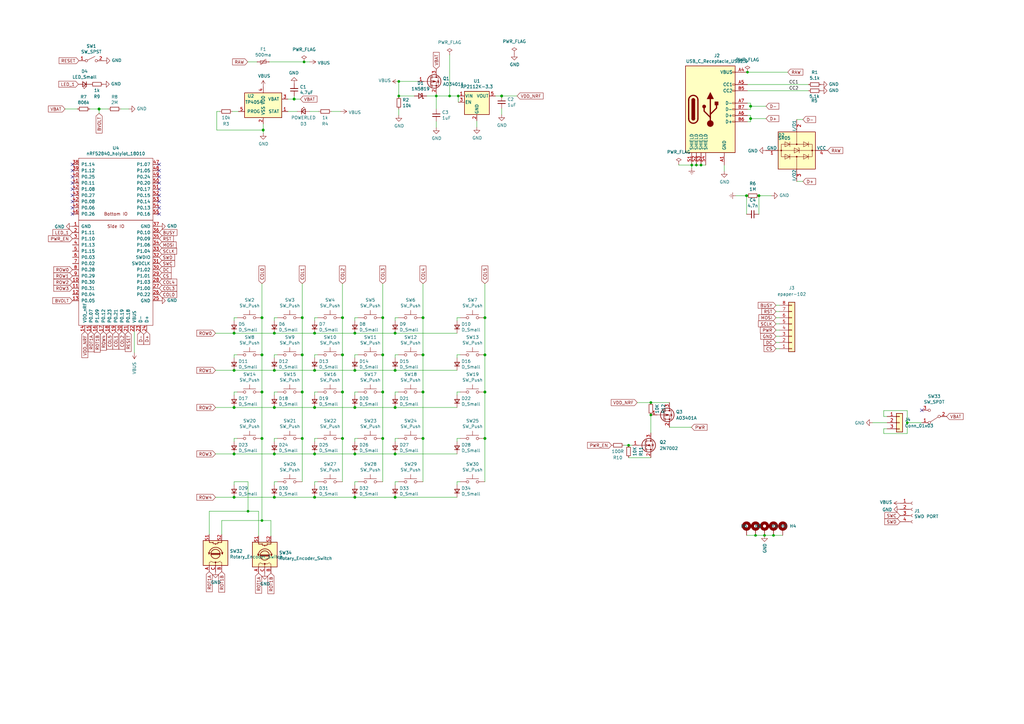
<source format=kicad_sch>
(kicad_sch (version 20211123) (generator eeschema)
  (paper "A3")
  (title_block (title "Hakea Wireless Keyboard") (date "2022-01-09") (rev "1.0") (company "TKW"))
  (junction (at 173.482 145.542) (diameter 1.016))
  (junction (at 173.482 179.832) (diameter 1.016))
  (junction (at 112.522 203.962) (diameter 1.016))
  (junction (at 162.052 186.182) (diameter 1.016))
  (junction (at 307.848 48.641) (diameter 1.016))
  (junction (at 101.727 209.677))
  (junction (at 145.542 167.132) (diameter 1.016))
  (junction (at 163.576 33.401))
  (junction (at 317.246 219.583))
  (junction (at 112.522 136.652) (diameter 1.016))
  (junction (at 187.96 39.37))
  (junction (at 287.528 67.691))
  (junction (at 112.522 186.182) (diameter 1.016))
  (junction (at 163.576 39.37))
  (junction (at 198.882 145.542) (diameter 1.016))
  (junction (at 307.848 43.561) (diameter 1.016))
  (junction (at 107.442 130.302) (diameter 1.016))
  (junction (at 107.442 145.542) (diameter 1.016))
  (junction (at 129.032 203.962) (diameter 1.016))
  (junction (at 311.277 80.264) (diameter 1.016))
  (junction (at 162.052 167.132) (diameter 1.016))
  (junction (at 309.88 219.583))
  (junction (at 162.052 203.962) (diameter 1.016))
  (junction (at 140.462 130.302) (diameter 1.016))
  (junction (at 96.012 186.182) (diameter 1.016))
  (junction (at 266.954 165.1))
  (junction (at 123.952 179.832) (diameter 1.016))
  (junction (at 140.462 179.832) (diameter 1.016))
  (junction (at 162.052 151.892) (diameter 1.016))
  (junction (at 123.952 160.782) (diameter 1.016))
  (junction (at 140.462 145.542) (diameter 1.016))
  (junction (at 283.718 67.691))
  (junction (at 107.95 53.34) (diameter 1.016))
  (junction (at 96.012 136.652) (diameter 1.016))
  (junction (at 107.442 179.832) (diameter 1.016))
  (junction (at 129.032 136.652) (diameter 1.016))
  (junction (at 112.522 167.132) (diameter 1.016))
  (junction (at 156.972 145.542) (diameter 1.016))
  (junction (at 306.578 29.591))
  (junction (at 156.972 130.302) (diameter 1.016))
  (junction (at 112.522 151.892) (diameter 1.016))
  (junction (at 120.65 40.64) (diameter 1.016))
  (junction (at 257.81 182.626))
  (junction (at 96.012 167.132) (diameter 1.016))
  (junction (at 129.032 186.182) (diameter 1.016))
  (junction (at 129.032 151.892) (diameter 1.016))
  (junction (at 198.882 160.782) (diameter 1.016))
  (junction (at 173.482 160.782) (diameter 1.016))
  (junction (at 198.882 179.832) (diameter 1.016))
  (junction (at 96.012 203.962) (diameter 1.016))
  (junction (at 198.882 130.302) (diameter 1.016))
  (junction (at 266.954 170.18))
  (junction (at 107.442 160.782) (diameter 1.016))
  (junction (at 173.482 130.302) (diameter 1.016))
  (junction (at 40.64 44.704) (diameter 1.016))
  (junction (at 145.542 136.652) (diameter 1.016))
  (junction (at 178.943 39.37))
  (junction (at 306.197 80.264) (diameter 1.016))
  (junction (at 124.714 25.4))
  (junction (at 313.563 219.583))
  (junction (at 145.542 186.182) (diameter 1.016))
  (junction (at 372.11 173.355))
  (junction (at 123.952 130.302) (diameter 1.016))
  (junction (at 140.462 160.782) (diameter 1.016))
  (junction (at 162.052 136.652) (diameter 1.016))
  (junction (at 145.542 151.892) (diameter 1.016))
  (junction (at 285.623 67.691))
  (junction (at 96.012 151.892) (diameter 1.016))
  (junction (at 107.442 213.487))
  (junction (at 129.032 167.132) (diameter 1.016))
  (junction (at 184.404 39.37))
  (junction (at 123.952 145.542) (diameter 1.016))
  (junction (at 156.972 160.782) (diameter 1.016))
  (junction (at 205.74 39.37) (diameter 1.016))
  (junction (at 145.542 203.962) (diameter 1.016))
  (junction (at 156.972 179.832) (diameter 1.016))
  (no_connect (at 378.079 168.275))
  (no_connect (at 29.718 72.517))
  (no_connect (at 29.718 69.977))
  (no_connect (at 29.718 77.597))
  (no_connect (at 29.718 75.057))
  (no_connect (at 29.718 67.437))
  (no_connect (at 65.278 72.517))
  (no_connect (at 65.278 75.057))
  (no_connect (at 65.278 77.597))
  (no_connect (at 65.278 82.677))
  (no_connect (at 65.278 67.437))
  (no_connect (at 65.278 69.977))
  (no_connect (at 65.278 80.137))
  (no_connect (at 65.278 85.217))
  (no_connect (at 65.278 87.757))
  (no_connect (at 29.718 80.137))
  (no_connect (at 29.718 82.677))
  (no_connect (at 29.718 85.217))
  (no_connect (at 29.718 87.757))
  (wire (pts (xy 318.262 143.002) (xy 319.659 143.002)))
  (wire (pts (xy 123.952 179.832) (xy 123.952 197.612)))
  (wire (pts (xy 156.972 130.302) (xy 156.972 145.542)))
  (wire (pts (xy 306.197 219.583) (xy 309.88 219.583)))
  (wire (pts (xy 187.452 197.612) (xy 188.722 197.612)))
  (wire (pts (xy 307.848 42.291) (xy 307.848 43.561)))
  (wire (pts (xy 306.578 42.291) (xy 307.848 42.291)))
  (wire (pts (xy 112.522 181.102) (xy 112.522 179.832)))
  (wire (pts (xy 36.83 44.704) (xy 40.64 44.704)))
  (wire (pts (xy 129.032 151.892) (xy 145.542 151.892)))
  (wire (pts (xy 163.576 33.401) (xy 171.323 33.401)))
  (wire (pts (xy 318.262 130.302) (xy 319.659 130.302)))
  (wire (pts (xy 88.392 167.132) (xy 96.012 167.132)))
  (wire (pts (xy 129.032 160.782) (xy 130.302 160.782)))
  (wire (pts (xy 129.032 181.102) (xy 129.032 179.832)))
  (wire (pts (xy 120.65 40.64) (xy 123.19 40.64)))
  (wire (pts (xy 95.25 45.72) (xy 97.79 45.72)))
  (wire (pts (xy 140.462 179.832) (xy 140.462 197.612)))
  (wire (pts (xy 140.462 130.302) (xy 140.462 145.542)))
  (wire (pts (xy 101.727 197.612) (xy 101.727 209.677)))
  (wire (pts (xy 88.9 45.72) (xy 88.9 53.34)))
  (wire (pts (xy 195.58 49.53) (xy 195.58 52.197)))
  (wire (pts (xy 96.012 130.302) (xy 97.282 130.302)))
  (wire (pts (xy 112.522 198.882) (xy 112.522 197.612)))
  (wire (pts (xy 307.848 43.561) (xy 314.198 43.561)))
  (wire (pts (xy 40.64 44.704) (xy 40.64 46.482)))
  (wire (pts (xy 198.882 145.542) (xy 198.882 160.782)))
  (wire (pts (xy 96.012 145.542) (xy 97.282 145.542)))
  (wire (pts (xy 311.277 87.884) (xy 311.277 80.264)))
  (wire (pts (xy 49.53 44.704) (xy 52.832 44.704)))
  (wire (pts (xy 318.262 125.222) (xy 319.659 125.222)))
  (wire (pts (xy 307.848 44.831) (xy 306.578 44.831)))
  (wire (pts (xy 306.197 80.264) (xy 306.197 87.884)))
  (wire (pts (xy 88.392 136.652) (xy 96.012 136.652)))
  (wire (pts (xy 145.542 146.812) (xy 145.542 145.542)))
  (wire (pts (xy 187.452 181.102) (xy 187.452 179.832)))
  (wire (pts (xy 112.522 136.652) (xy 129.032 136.652)))
  (wire (pts (xy 96.012 186.182) (xy 112.522 186.182)))
  (wire (pts (xy 306.578 47.371) (xy 307.848 47.371)))
  (wire (pts (xy 178.943 49.784) (xy 178.943 52.324)))
  (wire (pts (xy 123.952 116.332) (xy 123.952 130.302)))
  (wire (pts (xy 162.052 145.542) (xy 163.322 145.542)))
  (wire (pts (xy 118.11 40.64) (xy 120.65 40.64)))
  (wire (pts (xy 112.522 131.572) (xy 112.522 130.302)))
  (wire (pts (xy 106.045 219.837) (xy 106.045 209.677)))
  (wire (pts (xy 112.522 197.612) (xy 113.792 197.612)))
  (wire (pts (xy 162.052 197.612) (xy 163.322 197.612)))
  (wire (pts (xy 372.11 173.355) (xy 378.079 173.355)))
  (wire (pts (xy 163.576 33.401) (xy 163.576 39.37)))
  (wire (pts (xy 283.591 175.26) (xy 274.574 175.26)))
  (wire (pts (xy 257.81 187.706) (xy 266.954 187.706)))
  (wire (pts (xy 129.032 131.572) (xy 129.032 130.302)))
  (wire (pts (xy 85.852 219.202) (xy 85.852 209.677)))
  (wire (pts (xy 162.052 181.102) (xy 162.052 179.832)))
  (wire (pts (xy 184.404 22.479) (xy 184.404 39.37)))
  (wire (pts (xy 145.542 197.612) (xy 146.812 197.612)))
  (wire (pts (xy 257.81 182.626) (xy 259.334 182.626)))
  (wire (pts (xy 129.032 162.052) (xy 129.032 160.782)))
  (wire (pts (xy 145.542 186.182) (xy 162.052 186.182)))
  (wire (pts (xy 96.012 198.882) (xy 96.012 197.612)))
  (wire (pts (xy 285.623 67.691) (xy 287.528 67.691)))
  (wire (pts (xy 163.576 39.37) (xy 163.576 39.624)))
  (wire (pts (xy 162.052 160.782) (xy 163.322 160.782)))
  (wire (pts (xy 96.012 136.652) (xy 112.522 136.652)))
  (wire (pts (xy 145.542 162.052) (xy 145.542 160.782)))
  (wire (pts (xy 205.74 44.45) (xy 205.74 46.99)))
  (wire (pts (xy 156.972 116.332) (xy 156.972 130.302)))
  (wire (pts (xy 90.932 213.487) (xy 107.442 213.487)))
  (wire (pts (xy 140.462 145.542) (xy 140.462 160.782)))
  (wire (pts (xy 198.882 179.832) (xy 198.882 197.612)))
  (wire (pts (xy 55.118 144.653) (xy 55.118 136.017)))
  (wire (pts (xy 357.886 173.355) (xy 363.855 173.355)))
  (wire (pts (xy 163.576 44.704) (xy 163.576 47.244)))
  (wire (pts (xy 96.012 131.572) (xy 96.012 130.302)))
  (wire (pts (xy 111.125 213.487) (xy 107.442 213.487)))
  (wire (pts (xy 187.452 146.812) (xy 187.452 145.542)))
  (wire (pts (xy 156.972 145.542) (xy 156.972 160.782)))
  (wire (pts (xy 101.6 25.4) (xy 105.41 25.4)))
  (wire (pts (xy 156.972 160.782) (xy 156.972 179.832)))
  (wire (pts (xy 145.542 160.782) (xy 146.812 160.782)))
  (wire (pts (xy 145.542 203.962) (xy 162.052 203.962)))
  (wire (pts (xy 162.052 146.812) (xy 162.052 145.542)))
  (wire (pts (xy 118.11 45.72) (xy 121.92 45.72)))
  (wire (pts (xy 107.95 50.8) (xy 107.95 53.34)))
  (wire (pts (xy 96.012 197.612) (xy 101.727 197.612)))
  (wire (pts (xy 90.17 45.72) (xy 88.9 45.72)))
  (wire (pts (xy 261.366 165.1) (xy 266.954 165.1)))
  (wire (pts (xy 40.64 44.704) (xy 44.45 44.704)))
  (wire (pts (xy 96.012 203.962) (xy 112.522 203.962)))
  (wire (pts (xy 175.006 39.37) (xy 178.943 39.37)))
  (wire (pts (xy 173.482 116.332) (xy 173.482 130.302)))
  (wire (pts (xy 163.576 39.37) (xy 169.926 39.37)))
  (wire (pts (xy 326.771 74.422) (xy 329.311 74.422)))
  (wire (pts (xy 107.95 53.34) (xy 107.95 54.61)))
  (wire (pts (xy 178.943 39.37) (xy 178.943 44.704)))
  (wire (pts (xy 145.542 136.652) (xy 162.052 136.652)))
  (wire (pts (xy 96.012 162.052) (xy 96.012 160.782)))
  (wire (pts (xy 162.052 186.182) (xy 187.452 186.182)))
  (wire (pts (xy 173.482 160.782) (xy 173.482 179.832)))
  (wire (pts (xy 145.542 151.892) (xy 162.052 151.892)))
  (wire (pts (xy 283.718 67.691) (xy 285.623 67.691)))
  (wire (pts (xy 85.852 209.677) (xy 101.727 209.677)))
  (wire (pts (xy 123.952 160.782) (xy 123.952 179.832)))
  (wire (pts (xy 124.714 25.4) (xy 127 25.4)))
  (wire (pts (xy 145.542 181.102) (xy 145.542 179.832)))
  (wire (pts (xy 255.905 182.626) (xy 257.81 182.626)))
  (wire (pts (xy 145.542 179.832) (xy 146.812 179.832)))
  (wire (pts (xy 107.442 116.332) (xy 107.442 130.302)))
  (wire (pts (xy 129.032 167.132) (xy 145.542 167.132)))
  (wire (pts (xy 301.752 80.264) (xy 306.197 80.264)))
  (wire (pts (xy 145.542 145.542) (xy 146.812 145.542)))
  (wire (pts (xy 283.718 67.691) (xy 278.384 67.691)))
  (wire (pts (xy 205.74 39.37) (xy 212.09 39.37)))
  (wire (pts (xy 123.952 130.302) (xy 123.952 145.542)))
  (wire (pts (xy 187.452 131.572) (xy 187.452 130.302)))
  (wire (pts (xy 112.522 203.962) (xy 129.032 203.962)))
  (wire (pts (xy 287.528 67.691) (xy 289.433 67.691)))
  (wire (pts (xy 107.442 160.782) (xy 107.442 179.832)))
  (wire (pts (xy 266.954 165.1) (xy 274.574 165.1)))
  (wire (pts (xy 187.452 179.832) (xy 188.722 179.832)))
  (wire (pts (xy 318.262 137.922) (xy 319.659 137.922)))
  (wire (pts (xy 323.088 29.591) (xy 306.578 29.591)))
  (wire (pts (xy 283.718 68.961) (xy 283.718 67.691)))
  (wire (pts (xy 362.458 177.8) (xy 372.11 177.8)))
  (wire (pts (xy 112.522 146.812) (xy 112.522 145.542)))
  (wire (pts (xy 107.442 179.832) (xy 107.442 213.487)))
  (wire (pts (xy 156.972 179.832) (xy 156.972 197.612)))
  (wire (pts (xy 306.578 34.671) (xy 331.597 34.671)))
  (wire (pts (xy 317.246 219.583) (xy 321.056 219.583)))
  (wire (pts (xy 96.012 151.892) (xy 112.522 151.892)))
  (wire (pts (xy 129.032 146.812) (xy 129.032 145.542)))
  (wire (pts (xy 184.404 39.37) (xy 187.96 39.37)))
  (wire (pts (xy 129.032 130.302) (xy 130.302 130.302)))
  (wire (pts (xy 96.012 167.132) (xy 112.522 167.132)))
  (wire (pts (xy 203.2 39.37) (xy 205.74 39.37)))
  (wire (pts (xy 162.052 131.572) (xy 162.052 130.302)))
  (wire (pts (xy 145.542 167.132) (xy 162.052 167.132)))
  (wire (pts (xy 110.49 25.4) (xy 124.714 25.4)))
  (wire (pts (xy 318.262 132.842) (xy 319.659 132.842)))
  (wire (pts (xy 106.045 209.677) (xy 101.727 209.677)))
  (wire (pts (xy 178.943 38.481) (xy 178.943 39.37)))
  (wire (pts (xy 162.052 179.832) (xy 163.322 179.832)))
  (wire (pts (xy 127 45.72) (xy 130.81 45.72)))
  (wire (pts (xy 313.563 219.583) (xy 317.246 219.583)))
  (wire (pts (xy 120.65 39.37) (xy 120.65 40.64)))
  (wire (pts (xy 107.442 130.302) (xy 107.442 145.542)))
  (wire (pts (xy 307.848 47.371) (xy 307.848 48.641)))
  (wire (pts (xy 198.882 160.782) (xy 198.882 179.832)))
  (wire (pts (xy 178.943 39.37) (xy 184.404 39.37)))
  (wire (pts (xy 187.452 160.782) (xy 188.722 160.782)))
  (wire (pts (xy 107.442 145.542) (xy 107.442 160.782)))
  (wire (pts (xy 123.952 145.542) (xy 123.952 160.782)))
  (wire (pts (xy 112.522 179.832) (xy 113.792 179.832)))
  (wire (pts (xy 96.012 146.812) (xy 96.012 145.542)))
  (wire (pts (xy 112.522 145.542) (xy 113.792 145.542)))
  (wire (pts (xy 129.032 136.652) (xy 145.542 136.652)))
  (wire (pts (xy 372.11 168.402) (xy 362.458 168.402)))
  (wire (pts (xy 187.452 145.542) (xy 188.722 145.542)))
  (wire (pts (xy 372.11 173.355) (xy 372.11 168.402)))
  (wire (pts (xy 96.012 179.832) (xy 97.282 179.832)))
  (wire (pts (xy 318.262 127.762) (xy 319.659 127.762)))
  (wire (pts (xy 129.032 203.962) (xy 145.542 203.962)))
  (wire (pts (xy 26.67 44.704) (xy 31.75 44.704)))
  (wire (pts (xy 112.522 167.132) (xy 129.032 167.132)))
  (wire (pts (xy 145.542 130.302) (xy 146.812 130.302)))
  (wire (pts (xy 187.452 198.882) (xy 187.452 197.612)))
  (wire (pts (xy 162.052 203.962) (xy 187.452 203.962)))
  (wire (pts (xy 326.771 49.022) (xy 329.311 49.022)))
  (wire (pts (xy 307.848 48.641) (xy 307.848 49.911)))
  (wire (pts (xy 173.482 145.542) (xy 173.482 160.782)))
  (wire (pts (xy 187.96 39.37) (xy 187.96 41.91)))
  (wire (pts (xy 88.9 53.34) (xy 107.95 53.34)))
  (wire (pts (xy 96.012 181.102) (xy 96.012 179.832)))
  (wire (pts (xy 162.052 167.132) (xy 187.452 167.132)))
  (wire (pts (xy 111.125 219.837) (xy 111.125 213.487)))
  (wire (pts (xy 173.482 130.302) (xy 173.482 145.542)))
  (wire (pts (xy 306.578 37.211) (xy 331.597 37.211)))
  (wire (pts (xy 162.052 162.052) (xy 162.052 160.782)))
  (wire (pts (xy 129.032 186.182) (xy 145.542 186.182)))
  (wire (pts (xy 145.542 198.882) (xy 145.542 197.612)))
  (wire (pts (xy 297.053 67.691) (xy 297.053 70.231)))
  (wire (pts (xy 309.88 219.583) (xy 313.563 219.583)))
  (wire (pts (xy 278.384 67.691) (xy 278.384 67.437)))
  (wire (pts (xy 198.882 130.302) (xy 198.882 145.542)))
  (wire (pts (xy 112.522 151.892) (xy 129.032 151.892)))
  (wire (pts (xy 129.032 198.882) (xy 129.032 197.612)))
  (wire (pts (xy 363.855 175.895) (xy 362.458 175.895)))
  (wire (pts (xy 362.458 175.895) (xy 362.458 177.8)))
  (wire (pts (xy 362.458 168.402) (xy 362.458 170.815)))
  (wire (pts (xy 307.848 49.911) (xy 306.578 49.911)))
  (wire (pts (xy 112.522 160.782) (xy 113.792 160.782)))
  (wire (pts (xy 129.032 145.542) (xy 130.302 145.542)))
  (wire (pts (xy 145.542 131.572) (xy 145.542 130.302)))
  (wire (pts (xy 173.482 179.832) (xy 173.482 197.612)))
  (wire (pts (xy 112.522 186.182) (xy 129.032 186.182)))
  (wire (pts (xy 135.89 45.72) (xy 139.7 45.72)))
  (wire (pts (xy 362.458 170.815) (xy 363.855 170.815)))
  (wire (pts (xy 162.052 136.652) (xy 187.452 136.652)))
  (wire (pts (xy 187.452 162.052) (xy 187.452 160.782)))
  (wire (pts (xy 266.954 170.18) (xy 266.954 177.546)))
  (wire (pts (xy 162.052 151.892) (xy 187.452 151.892)))
  (wire (pts (xy 88.392 203.962) (xy 96.012 203.962)))
  (wire (pts (xy 112.522 130.302) (xy 113.792 130.302)))
  (wire (pts (xy 88.392 151.892) (xy 96.012 151.892)))
  (wire (pts (xy 307.848 43.561) (xy 307.848 44.831)))
  (wire (pts (xy 318.262 140.462) (xy 319.659 140.462)))
  (wire (pts (xy 129.032 197.612) (xy 130.302 197.612)))
  (wire (pts (xy 372.11 177.8) (xy 372.11 173.355)))
  (wire (pts (xy 88.392 186.182) (xy 96.012 186.182)))
  (wire (pts (xy 187.452 130.302) (xy 188.722 130.302)))
  (wire (pts (xy 112.522 162.052) (xy 112.522 160.782)))
  (wire (pts (xy 140.462 116.332) (xy 140.462 130.302)))
  (wire (pts (xy 162.052 130.302) (xy 163.322 130.302)))
  (wire (pts (xy 198.882 116.332) (xy 198.882 130.302)))
  (wire (pts (xy 318.262 135.382) (xy 319.659 135.382)))
  (wire (pts (xy 129.032 179.832) (xy 130.302 179.832)))
  (wire (pts (xy 140.462 160.782) (xy 140.462 179.832)))
  (wire (pts (xy 311.277 80.264) (xy 316.357 80.264)))
  (wire (pts (xy 90.932 219.202) (xy 90.932 213.487)))
  (wire (pts (xy 96.012 160.782) (xy 97.282 160.782)))
  (wire (pts (xy 307.848 48.641) (xy 314.198 48.641)))
  (wire (pts (xy 162.052 198.882) (xy 162.052 197.612)))
  (label "CC1" (at 323.596 34.671 0))
  (label "CC2" (at 323.596 37.211 0))
  (global_label "ROW2" (shape input) (at 88.392 167.132 180) (property "Intersheet References" "${INTERSHEET_REFS}" (effects hide)))
  (global_label "ROW0" (shape input) (at 88.392 136.652 180) (property "Intersheet References" "${INTERSHEET_REFS}" (effects hide)))
  (global_label "D-" (shape input) (at 329.311 49.022 0) (property "Intersheet References" "${INTERSHEET_REFS}" (effects hide)))
  (global_label "COL0" (shape input) (at 107.442 116.332 90) (property "Intersheet References" "${INTERSHEET_REFS}" (effects hide)))
  (global_label "BUSY" (shape input) (at 65.278 95.377 0) (property "Intersheet References" "${INTERSHEET_REFS}" (effects hide)))
  (global_label "COL3" (shape input) (at 156.972 116.332 90) (property "Intersheet References" "${INTERSHEET_REFS}" (effects hide)))
  (global_label "COL1" (shape input) (at 123.952 116.332 90) (property "Intersheet References" "${INTERSHEET_REFS}" (effects hide)))
  (global_label "ROW3" (shape input) (at 88.392 186.182 180) (property "Intersheet References" "${INTERSHEET_REFS}" (effects hide)))
  (global_label "VDD_NRF" (shape input) (at 261.366 165.1 180) (property "Intersheet References" "${INTERSHEET_REFS}" (effects hide)))
  (global_label "MOSI" (shape input) (at 65.278 100.457 0) (property "Intersheet References" "${INTERSHEET_REFS}" (effects hide)))
  (global_label "VBAT" (shape input) (at 178.943 28.321 90) (property "Intersheet References" "${INTERSHEET_REFS}" (effects hide)))
  (global_label "D-" (shape input) (at 314.198 43.561 0) (property "Intersheet References" "${INTERSHEET_REFS}" (effects hide)))
  (global_label "COL2" (shape input) (at 50.038 136.017 270) (property "Intersheet References" "${INTERSHEET_REFS}" (effects hide)))
  (global_label "PWR_EN" (shape input) (at 250.825 182.626 180) (property "Intersheet References" "${INTERSHEET_REFS}" (effects hide)))
  (global_label "CS" (shape input) (at 318.262 143.002 180) (property "Intersheet References" "${INTERSHEET_REFS}" (effects hide)))
  (global_label "SCLK" (shape input) (at 65.278 102.997 0) (property "Intersheet References" "${INTERSHEET_REFS}" (effects hide)))
  (global_label "BVOLT" (shape input) (at 40.64 46.482 270) (property "Intersheet References" "${INTERSHEET_REFS}" (effects hide)))
  (global_label "DC" (shape input) (at 318.262 140.462 180) (property "Intersheet References" "${INTERSHEET_REFS}" (effects hide)))
  (global_label "LED_1" (shape input) (at 29.718 95.377 180) (property "Intersheet References" "${INTERSHEET_REFS}" (effects hide)))
  (global_label "ROW4" (shape input) (at 42.418 136.017 270) (property "Intersheet References" "${INTERSHEET_REFS}" (effects hide)))
  (global_label "COL3" (shape input) (at 65.278 118.237 0) (property "Intersheet References" "${INTERSHEET_REFS}" (effects hide)))
  (global_label "COL1" (shape input) (at 47.498 136.017 270) (property "Intersheet References" "${INTERSHEET_REFS}" (effects hide)))
  (global_label "DC" (shape input) (at 65.278 110.617 0) (property "Intersheet References" "${INTERSHEET_REFS}" (effects hide)))
  (global_label "ROT1A" (shape input) (at 106.045 235.077 270) (property "Intersheet References" "${INTERSHEET_REFS}" (effects hide)))
  (global_label "LED_1" (shape input) (at 32.131 34.544 180) (property "Intersheet References" "${INTERSHEET_REFS}" (effects hide)))
  (global_label "RST" (shape input) (at 65.278 97.917 0) (property "Intersheet References" "${INTERSHEET_REFS}" (effects hide)))
  (global_label "ROT1B" (shape input) (at 39.878 136.017 270) (property "Intersheet References" "${INTERSHEET_REFS}" (effects hide)))
  (global_label "COL4" (shape input) (at 65.278 115.697 0) (property "Intersheet References" "${INTERSHEET_REFS}" (effects hide)))
  (global_label "COL5" (shape input) (at 198.882 116.332 90) (property "Intersheet References" "${INTERSHEET_REFS}" (effects hide)))
  (global_label "ROW3" (shape input) (at 29.718 118.237 180) (property "Intersheet References" "${INTERSHEET_REFS}" (effects hide)))
  (global_label "D+" (shape input) (at 314.198 48.641 0) (property "Intersheet References" "${INTERSHEET_REFS}" (effects hide)))
  (global_label "D+" (shape input) (at 60.198 136.017 270) (property "Intersheet References" "${INTERSHEET_REFS}" (effects hide)))
  (global_label "MOSI" (shape input) (at 318.262 130.302 180) (property "Intersheet References" "${INTERSHEET_REFS}" (effects hide)))
  (global_label "ROT1B" (shape input) (at 90.932 234.442 270) (property "Intersheet References" "${INTERSHEET_REFS}" (effects hide)))
  (global_label "BUSY" (shape input) (at 318.262 125.222 180) (property "Intersheet References" "${INTERSHEET_REFS}" (effects hide)))
  (global_label "COL2" (shape input) (at 140.462 116.332 90) (property "Intersheet References" "${INTERSHEET_REFS}" (effects hide)))
  (global_label "PWR" (shape input) (at 283.591 175.26 0) (property "Intersheet References" "${INTERSHEET_REFS}" (effects hide)))
  (global_label "ROT1A" (shape input) (at 85.852 234.442 270) (property "Intersheet References" "${INTERSHEET_REFS}" (effects hide)))
  (global_label "ROT1B" (shape input) (at 111.125 235.077 270) (property "Intersheet References" "${INTERSHEET_REFS}" (effects hide)))
  (global_label "RESET" (shape input) (at 32.385 24.892 180) (property "Intersheet References" "${INTERSHEET_REFS}" (effects hide)))
  (global_label "RAW" (shape input) (at 101.6 25.4 180) (property "Intersheet References" "${INTERSHEET_REFS}" (effects hide)))
  (global_label "VBAT" (shape input) (at 123.19 40.64 0) (property "Intersheet References" "${INTERSHEET_REFS}" (effects hide)))
  (global_label "RST" (shape input) (at 318.262 127.762 180) (property "Intersheet References" "${INTERSHEET_REFS}" (effects hide)))
  (global_label "BVOLT" (shape input) (at 29.718 123.317 180) (property "Intersheet References" "${INTERSHEET_REFS}" (effects hide)))
  (global_label "ROW4" (shape input) (at 88.392 203.962 180) (property "Intersheet References" "${INTERSHEET_REFS}" (effects hide)))
  (global_label "VBAT" (shape input) (at 388.239 170.815 0) (property "Intersheet References" "${INTERSHEET_REFS}" (effects hide)))
  (global_label "GND" (shape input) (at 318.262 137.922 180) (property "Intersheet References" "${INTERSHEET_REFS}" (effects hide)))
  (global_label "SWD" (shape input) (at 369.189 213.995 180) (property "Intersheet References" "${INTERSHEET_REFS}" (effects hide)))
  (global_label "VDD_NRF" (shape input) (at 212.09 39.37 0) (property "Intersheet References" "${INTERSHEET_REFS}" (effects hide)))
  (global_label "ROW1" (shape input) (at 29.718 113.157 180) (property "Intersheet References" "${INTERSHEET_REFS}" (effects hide)))
  (global_label "VBAT" (shape input) (at 26.67 44.704 180) (property "Intersheet References" "${INTERSHEET_REFS}" (effects hide)))
  (global_label "COL4" (shape input) (at 173.482 116.332 90) (property "Intersheet References" "${INTERSHEET_REFS}" (effects hide)))
  (global_label "D+" (shape input) (at 329.311 74.422 0) (property "Intersheet References" "${INTERSHEET_REFS}" (effects hide)))
  (global_label "VDD_NRF" (shape input) (at 34.798 136.017 270) (property "Intersheet References" "${INTERSHEET_REFS}" (effects hide)))
  (global_label "RAW" (shape input) (at 339.471 61.722 0) (property "Intersheet References" "${INTERSHEET_REFS}" (effects hide)))
  (global_label "SWD" (shape input) (at 65.278 105.537 0) (property "Intersheet References" "${INTERSHEET_REFS}" (effects hide)))
  (global_label "SCLK" (shape input) (at 318.262 132.842 180) (property "Intersheet References" "${INTERSHEET_REFS}" (effects hide)))
  (global_label "ROW0" (shape input) (at 29.718 110.617 180) (property "Intersheet References" "${INTERSHEET_REFS}" (effects hide)))
  (global_label "PWR" (shape input) (at 318.262 135.382 180) (property "Intersheet References" "${INTERSHEET_REFS}" (effects hide)))
  (global_label "CS" (shape input) (at 65.278 113.157 0) (property "Intersheet References" "${INTERSHEET_REFS}" (effects hide)))
  (global_label "ROT1A" (shape input) (at 37.338 136.017 270) (property "Intersheet References" "${INTERSHEET_REFS}" (effects hide)))
  (global_label "COL5" (shape input) (at 44.958 136.017 270) (property "Intersheet References" "${INTERSHEET_REFS}" (effects hide)))
  (global_label "RESET" (shape input) (at 52.578 136.017 270) (property "Intersheet References" "${INTERSHEET_REFS}" (effects hide)))
  (global_label "RAW" (shape input) (at 323.088 29.591 0) (property "Intersheet References" "${INTERSHEET_REFS}" (effects hide)))
  (global_label "ROW2" (shape input) (at 29.718 115.697 180) (property "Intersheet References" "${INTERSHEET_REFS}" (effects hide)))
  (global_label "D-" (shape input) (at 57.658 136.017 270) (property "Intersheet References" "${INTERSHEET_REFS}" (effects hide)))
  (global_label "SWC" (shape input) (at 65.278 108.077 0) (property "Intersheet References" "${INTERSHEET_REFS}" (effects hide)))
  (global_label "ROW1" (shape input) (at 88.392 151.892 180) (property "Intersheet References" "${INTERSHEET_REFS}" (effects hide)))
  (global_label "SWC" (shape input) (at 369.189 211.455 180) (property "Intersheet References" "${INTERSHEET_REFS}" (effects hide)))
  (global_label "PWR_EN" (shape input) (at 29.718 97.917 180) (property "Intersheet References" "${INTERSHEET_REFS}" (effects hide)))
  (global_label "COL0" (shape input) (at 65.278 120.777 0) (property "Intersheet References" "${INTERSHEET_REFS}" (effects hide)))
  (symbol (lib_id "nrf52840_holyiot_18010:nRF52840_holyiot_18010") (at 47.498 99.187 0) (unit 1)
    (property "Reference" "U4" (at 47.498 60.706 0))
    (property "Value" "nRF52840_holyiot_18010" (at 47.498 63.0174 0))
    (property "Footprint" "Library:nRF52840_holyiot_18010" (effects hide))
    (property "Datasheet" "http://www.holyiot.com/tp/2019042516322180424.pdf" (effects hide))
  )
  (symbol (lib_id "power:GND") (at 65.278 92.837 90) (unit 1)
    (property "Reference" "#PWR023" (effects hide))
    (property "Value" "GND" (at 68.5292 92.71 90) (effects (justify right)))
  )
  (symbol (lib_id "power:GND") (at 29.718 92.837 270) (unit 1)
    (property "Reference" "#PWR022" (effects hide))
    (property "Value" "GND" (at 26.4668 92.964 90) (effects (justify right)))
  )
  (symbol (lib_id "power:GND") (at 65.278 123.317 90) (unit 1)
    (property "Reference" "#PWR025" (effects hide))
    (property "Value" "GND" (at 68.5292 123.19 90) (effects (justify right)))
  )
  (symbol (lib_id "power:GND") (at 369.189 208.915 270) (unit 1)
    (property "Reference" "#PWR031" (effects hide))
    (property "Value" "GND" (at 365.9378 209.042 90) (effects (justify right)))
  )
  (symbol (lib_id "power:Earth") (at 301.752 80.264 270) (unit 1)
    (property "Reference" "#PWR017" (effects hide))
    (property "Value" "Earth" (effects hide))
  )
  (symbol (lib_id "Device:R_Small") (at 308.737 80.264 270) (unit 1)
    (property "Reference" "R6" (at 308.737 75.2856 90))
    (property "Value" "1M" (at 308.737 77.597 90))
    (property "Footprint" "Library:R_0805_2012Metric" (effects hide))
  )
  (symbol (lib_id "Device:C_Small") (at 308.737 87.884 270) (unit 1)
    (property "Reference" "C4" (at 308.737 82.0674 90))
    (property "Value" "4.7n" (at 308.737 84.3788 90))
    (property "Footprint" "Library:C_1206_3216Metric" (effects hide))
  )
  (symbol (lib_id "power:GND") (at 316.357 80.264 90) (unit 1)
    (property "Reference" "#PWR018" (effects hide))
    (property "Value" "GND" (at 319.6082 80.137 90) (effects (justify right)))
  )
  (symbol (lib_id "Device:Polyfuse_Small") (at 107.95 25.4 270) (unit 1)
    (property "Reference" "F1" (at 107.95 20.193 90))
    (property "Value" "500ma" (at 107.95 22.5044 90))
    (property "Footprint" "Library:Fuse_1206_3216Metric" (effects hide))
  )
  (symbol (lib_id "power:VBUS") (at 127 25.4 270) (unit 1)
    (property "Reference" "#PWR01" (effects hide))
    (property "Value" "VBUS" (at 130.2512 25.781 90) (effects (justify left)))
  )
  (symbol (lib_id "Battery_Management:MCP73831-3-OT") (at 107.95 43.18 0) (unit 1)
    (property "Reference" "U2" (at 102.87 39.37 0))
    (property "Value" "TP4054" (at 104.14 41.91 0))
    (property "Footprint" "Library:SOT-23-5" (effects hide))
    (property "Datasheet" "http://ww1.microchip.com/downloads/en/DeviceDoc/20001984g.pdf" (effects hide))
  )
  (symbol (lib_id "power:VBUS") (at 107.95 35.56 0) (unit 1)
    (property "Reference" "#PWR06" (effects hide))
    (property "Value" "VBUS" (at 108.331 31.1658 0))
  )
  (symbol (lib_id "power:GND") (at 107.95 54.61 0) (unit 1)
    (property "Reference" "#PWR015" (effects hide))
    (property "Value" "GND" (at 108.077 59.0042 0))
  )
  (symbol (lib_id "Device:R_Small") (at 92.71 45.72 90) (unit 1)
    (property "Reference" "R3" (at 92.71 50.8 90))
    (property "Value" "10k" (at 92.71 48.26 90))
    (property "Footprint" "Library:R_0805_2012Metric" (effects hide))
  )
  (symbol (lib_id "Device:LED_Small") (at 124.46 45.72 0) (unit 1)
    (property "Reference" "D3" (at 124.46 50.8 0))
    (property "Value" "POWERLED" (at 124.46 48.26 0))
    (property "Footprint" "Library:D_0805_2012Metric" (effects hide))
  )
  (symbol (lib_id "Device:R_Small") (at 133.35 45.72 270) (unit 1)
    (property "Reference" "R4" (at 133.35 50.8 90))
    (property "Value" "1k" (at 133.35 48.26 90))
    (property "Footprint" "Library:R_0805_2012Metric" (effects hide))
  )
  (symbol (lib_id "power:VBUS") (at 139.7 45.72 270) (unit 1)
    (property "Reference" "#PWR09" (effects hide))
    (property "Value" "VBUS" (at 142.9512 46.101 90) (effects (justify left)))
  )
  (symbol (lib_id "Device:C_Small") (at 120.65 36.83 180) (unit 1)
    (property "Reference" "C1" (at 122.9868 35.6616 0) (effects (justify right)))
    (property "Value" "4.7uF" (at 122.9868 37.973 0) (effects (justify right)))
    (property "Footprint" "Library:C_0805_2012Metric" (effects hide))
  )
  (symbol (lib_id "power:GND") (at 120.65 34.29 180) (unit 1)
    (property "Reference" "#PWR05" (effects hide))
    (property "Value" "GND" (at 120.523 29.8958 0))
  )
  (symbol (lib_id "Device:R_Small") (at 34.29 44.704 270) (unit 1)
    (property "Reference" "R7" (at 34.29 39.7256 90))
    (property "Value" "806k" (at 34.29 42.037 90))
    (property "Footprint" "Library:R_0805_2012Metric" (effects hide))
  )
  (symbol (lib_id "Device:R_Small") (at 46.99 44.704 270) (unit 1)
    (property "Reference" "R8" (at 46.99 39.7256 90))
    (property "Value" "2M" (at 46.99 42.037 90))
    (property "Footprint" "Library:R_0805_2012Metric" (effects hide))
  )
  (symbol (lib_id "power:GND") (at 52.832 44.704 90) (unit 1)
    (property "Reference" "#PWR020" (effects hide))
    (property "Value" "GND" (at 56.0832 44.577 90) (effects (justify right)))
  )
  (symbol (lib_id "Regulator_Linear:AP2112K-3.3") (at 195.58 41.91 0) (unit 1)
    (property "Reference" "U1" (at 195.58 33.2232 0))
    (property "Value" "AP2112K-3.3" (at 195.58 35.5346 0))
    (property "Footprint" "Library:SOT-23-5" (effects hide))
    (property "Datasheet" "https://www.diodes.com/assets/Datasheets/AP2112.pdf" (effects hide))
  )
  (symbol (lib_id "power:GND") (at 195.58 52.197 0) (unit 1)
    (property "Reference" "#PWR013" (effects hide))
    (property "Value" "GND" (at 195.707 56.5912 0))
  )
  (symbol (lib_id "Transistor_FET:AO3401A") (at 176.403 33.401 0) (unit 1)
    (property "Reference" "Q1" (at 181.61 32.2326 0) (effects (justify left)))
    (property "Value" "AO3401A" (at 181.61 34.544 0) (effects (justify left)))
    (property "Footprint" "Library:SOT-23" (effects hide))
    (property "Datasheet" "http://www.aosmd.com/pdfs/datasheet/AO3401A.pdf" (effects hide))
  )
  (symbol (lib_id "power:VBUS") (at 163.576 33.401 90) (unit 1)
    (property "Reference" "#PWR03" (effects hide))
    (property "Value" "VBUS" (at 160.3502 33.02 90) (effects (justify left)))
  )
  (symbol (lib_id "Device:R_Small") (at 163.576 42.164 0) (unit 1)
    (property "Reference" "R2" (at 165.0746 40.9956 0) (effects (justify left)))
    (property "Value" "10k" (at 165.0746 43.307 0) (effects (justify left)))
    (property "Footprint" "Library:R_0805_2012Metric" (effects hide))
  )
  (symbol (lib_id "Device:D_Schottky_Small") (at 172.466 39.37 180) (unit 1)
    (property "Reference" "D1" (at 172.466 34.1122 0))
    (property "Value" "1N5819" (at 172.466 36.4236 0))
    (property "Footprint" "Diode_SMD:D_SOD-123" (effects hide))
  )
  (symbol (lib_id "power:GND") (at 163.576 47.244 0) (unit 1)
    (property "Reference" "#PWR08" (effects hide))
    (property "Value" "GND" (at 163.703 51.6382 0))
  )
  (symbol (lib_id "power:VBUS") (at 55.118 144.653 180) (unit 1)
    (property "Reference" "#PWR026" (effects hide))
    (property "Value" "VBUS" (at 55.118 151.003 90))
  )
  (symbol (lib_id "Connector:Conn_01x04_Female") (at 374.269 208.915 0) (unit 1)
    (property "Reference" "J1" (at 374.9802 209.5246 0) (effects (justify left)))
    (property "Value" "SWD PORT" (at 374.9802 211.836 0) (effects (justify left)))
    (property "Footprint" "Library:PinHeader_1x04_P2.54mm_Vertical" (effects hide))
  )
  (symbol (lib_id "power:VBUS") (at 369.189 206.375 90) (unit 1)
    (property "Reference" "#PWR030" (effects hide))
    (property "Value" "VBUS" (at 365.9632 205.994 90) (effects (justify left)))
  )
  (symbol (lib_id "Switch:SW_SPST") (at 37.465 24.892 0) (unit 1)
    (property "Reference" "SW1" (at 37.465 18.923 0))
    (property "Value" "SW_SPST" (at 37.465 21.2344 0))
    (property "Footprint" "Library:TC-1101V" (effects hide))
  )
  (symbol (lib_id "power:GND") (at 42.545 24.892 90) (unit 1)
    (property "Reference" "#PWR019" (effects hide))
    (property "Value" "GND" (at 45.7962 24.765 90) (effects (justify right)))
  )
  (symbol (lib_id "Device:C_Small") (at 178.943 47.244 0) (unit 1)
    (property "Reference" "C3" (at 181.2798 46.0756 0) (effects (justify left)))
    (property "Value" "1uF" (at 181.2798 48.387 0) (effects (justify left)))
    (property "Footprint" "Library:C_0805_2012Metric" (effects hide))
  )
  (symbol (lib_id "power:GND") (at 178.943 52.324 0) (unit 1)
    (property "Reference" "#PWR012" (effects hide))
    (property "Value" "GND" (at 179.07 56.7182 0))
  )
  (symbol (lib_id "Device:C_Small") (at 205.74 41.91 0) (unit 1)
    (property "Reference" "C2" (at 208.0768 40.7416 0) (effects (justify left)))
    (property "Value" "1uF" (at 208.0768 43.053 0) (effects (justify left)))
    (property "Footprint" "Library:C_0805_2012Metric" (effects hide))
  )
  (symbol (lib_id "power:GND") (at 205.74 46.99 0) (unit 1)
    (property "Reference" "#PWR010" (effects hide))
    (property "Value" "GND" (at 205.867 51.3842 0))
  )
  (symbol (lib_id "Device:LED_Small") (at 34.671 34.544 180) (unit 1)
    (property "Reference" "D4" (at 34.671 29.2862 0))
    (property "Value" "LED_Small" (at 34.671 31.5976 0))
    (property "Footprint" "Library:D_0805_2012Metric" (effects hide))
  )
  (symbol (lib_id "Device:R_Small") (at 39.751 34.544 90) (unit 1)
    (property "Reference" "R9" (at 39.751 39.624 90))
    (property "Value" "1k" (at 39.751 37.084 90))
    (property "Footprint" "Library:R_0805_2012Metric" (effects hide))
  )
  (symbol (lib_id "power:GND") (at 42.291 34.544 90) (unit 1)
    (property "Reference" "#PWR021" (effects hide))
    (property "Value" "GND" (at 45.5422 34.417 90) (effects (justify right)))
  )
  (symbol (lib_id "Switch:SW_SPDT") (at 383.159 170.815 180) (unit 1)
    (property "Reference" "SW33" (at 383.159 162.56 0))
    (property "Value" "SW_SPDT" (at 383.159 164.8714 0))
    (property "Footprint" "Library:midmount_slide" (effects hide))
  )
  (symbol (lib_id "power:GND") (at 357.886 173.355 270) (unit 1)
    (property "Reference" "#PWR029" (effects hide))
    (property "Value" "GND" (at 354.6348 173.482 90) (effects (justify right)))
  )
  (symbol (lib_id "Device:D_Small") (at 162.052 134.112 90) (unit 1)
    (property "Reference" "D9" (at 163.83 132.9436 90) (effects (justify right)))
    (property "Value" "D_Small" (at 163.83 135.255 90) (effects (justify right)))
    (property "Footprint" "Diode_SMD:D_SOD-123" (effects hide))
  )
  (symbol (lib_id "Device:D_Small") (at 129.032 183.642 90) (unit 1)
    (property "Reference" "D25" (at 130.81 182.4736 90) (effects (justify right)))
    (property "Value" "D_Small" (at 130.81 184.785 90) (effects (justify right)))
    (property "Footprint" "Diode_SMD:D_SOD-123" (effects hide))
  )
  (symbol (lib_id "power:GND") (at 336.677 37.211 90) (unit 1)
    (property "Reference" "#PWR0105" (effects hide))
    (property "Value" "GND" (at 339.9282 37.084 90) (effects (justify right)))
  )
  (symbol (lib_id "Transistor_FET:2N7002") (at 264.414 182.626 0) (unit 1)
    (property "Reference" "Q2" (at 270.51 181.3559 0) (effects (justify left)))
    (property "Value" "2N7002" (at 270.51 183.8959 0) (effects (justify left)))
    (property "Footprint" "Package_TO_SOT_SMD:SOT-23" (effects hide))
    (property "Datasheet" "https://www.onsemi.com/pub/Collateral/NDS7002A-D.PDF" (effects hide))
  )
  (symbol (lib_id "Switch:SW_Push") (at 168.402 160.782 0) (unit 1)
    (property "Reference" "SW18" (at 168.402 153.543 0))
    (property "Value" "SW_Push" (at 168.402 155.8544 0))
    (property "Footprint" "Grandiceps:CherryMX_Choc_Hotswap-1side" (effects hide))
  )
  (symbol (lib_id "Switch:SW_Push") (at 118.872 130.302 0) (unit 1)
    (property "Reference" "SW3" (at 118.872 123.063 0))
    (property "Value" "SW_Push" (at 118.872 125.3744 0))
    (property "Footprint" "Grandiceps:CherryMX_Choc_Hotswap-1side" (effects hide))
  )
  (symbol (lib_id "Device:D_Small") (at 187.452 149.352 90) (unit 1)
    (property "Reference" "D16" (at 189.23 148.1836 90) (effects (justify right)))
    (property "Value" "D_Small" (at 189.23 150.495 90) (effects (justify right)))
    (property "Footprint" "Diode_SMD:D_SOD-123" (effects hide))
  )
  (symbol (lib_id "Switch:SW_Push") (at 193.802 160.782 0) (unit 1)
    (property "Reference" "SW19" (at 193.802 153.543 0))
    (property "Value" "SW_Push" (at 193.802 155.8544 0))
    (property "Footprint" "Grandiceps:CherryMX_Choc_Hotswap-1side" (effects hide))
  )
  (symbol (lib_id "Device:D_Small") (at 112.522 164.592 90) (unit 1)
    (property "Reference" "D18" (at 114.3 163.4236 90) (effects (justify right)))
    (property "Value" "D_Small" (at 114.3 165.735 90) (effects (justify right)))
    (property "Footprint" "Diode_SMD:D_SOD-123" (effects hide))
  )
  (symbol (lib_id "Device:R_Small") (at 334.137 37.211 270) (unit 1)
    (property "Reference" "R5" (at 334.01 41.275 90))
    (property "Value" "5.1k" (at 334.01 39.497 90))
    (property "Footprint" "Library:R_0805_2012Metric" (effects hide))
  )
  (symbol (lib_id "Switch:SW_Push") (at 193.802 145.542 0) (unit 1)
    (property "Reference" "SW13" (at 193.802 138.303 0))
    (property "Value" "SW_Push" (at 193.802 140.6144 0))
    (property "Footprint" "Grandiceps:CherryMX_Choc_Hotswap-1side" (effects hide))
  )
  (symbol (lib_id "Connector_Generic:Conn_01x03") (at 368.935 173.355 0) (unit 1)
    (property "Reference" "J4" (at 371.094 172.0849 0) (effects (justify left)))
    (property "Value" "Conn_01x03" (at 371.094 174.6249 0) (effects (justify left)))
    (property "Footprint" "Library:JST_PH_S3B-PH-K_1x03_P2.00mm_Horizontal" (effects hide))
  )
  (symbol (lib_id "Switch:SW_Push") (at 118.872 179.832 0) (unit 1)
    (property "Reference" "SW21" (at 118.872 172.593 0))
    (property "Value" "SW_Push" (at 118.872 174.9044 0))
    (property "Footprint" "Grandiceps:CherryMX_Choc_Hotswap-1side" (effects hide))
  )
  (symbol (lib_id "power:PWR_FLAG") (at 306.578 29.591 0) (unit 1)
    (property "Reference" "#FLG0104" (effects hide))
    (property "Value" "PWR_FLAG" (at 306.578 24.511 0))
  )
  (symbol (lib_id "Switch:SW_Push") (at 102.362 179.832 0) (unit 1)
    (property "Reference" "SW20" (at 102.362 172.593 0))
    (property "Value" "SW_Push" (at 102.362 174.9044 0))
    (property "Footprint" "Grandiceps:CherryMX_Choc_Hotswap-1side" (effects hide))
  )
  (symbol (lib_id "usb_c_receptacle_usb2.0:USB_C_Receptacle_USB2.0") (at 291.338 44.831 0) (unit 1)
    (property "Reference" "J2" (at 294.0558 22.8092 0))
    (property "Value" "USB_C_Receptacle_USB2.0" (at 294.0558 25.1206 0))
    (property "Footprint" "Library:USB-C_C168688" (effects hide))
    (property "Datasheet" "https://www.usb.org/sites/default/files/documents/usb_type-c.zip" (effects hide))
    (property "LCSC Part" "C168688" (effects hide))
    (property "JLC Part" "C168688" (effects hide))
  )
  (symbol (lib_id "Device:D_Small") (at 112.522 183.642 90) (unit 1)
    (property "Reference" "D24" (at 114.3 182.4736 90) (effects (justify right)))
    (property "Value" "D_Small" (at 114.3 184.785 90) (effects (justify right)))
    (property "Footprint" "Diode_SMD:D_SOD-123" (effects hide))
  )
  (symbol (lib_id "Switch:SW_Push") (at 168.402 197.612 0) (unit 1)
    (property "Reference" "SW29" (at 168.402 190.373 0))
    (property "Value" "SW_Push" (at 168.402 192.6844 0))
    (property "Footprint" "Grandiceps:CherryMX_Choc_Hotswap-1side" (effects hide))
  )
  (symbol (lib_id "Switch:SW_Push") (at 135.382 130.302 0) (unit 1)
    (property "Reference" "SW4" (at 135.382 123.063 0))
    (property "Value" "SW_Push" (at 135.382 125.3744 0))
    (property "Footprint" "Grandiceps:CherryMX_Choc_Hotswap-1side" (effects hide))
  )
  (symbol (lib_id "Switch:SW_Push") (at 118.872 197.612 0) (unit 1)
    (property "Reference" "SW26" (at 118.872 190.373 0))
    (property "Value" "SW_Push" (at 118.872 192.6844 0))
    (property "Footprint" "Grandiceps:CherryMX_Choc_Hotswap-1side" (effects hide))
  )
  (symbol (lib_id "Device:D_Small") (at 187.452 183.642 90) (unit 1)
    (property "Reference" "D28" (at 189.23 182.4736 90) (effects (justify right)))
    (property "Value" "D_Small" (at 189.23 184.785 90) (effects (justify right)))
    (property "Footprint" "Diode_SMD:D_SOD-123" (effects hide))
  )
  (symbol (lib_id "Switch:SW_Push") (at 151.892 130.302 0) (unit 1)
    (property "Reference" "SW5" (at 151.892 123.063 0))
    (property "Value" "SW_Push" (at 151.892 125.3744 0))
    (property "Footprint" "Grandiceps:CherryMX_Choc_Hotswap-1side" (effects hide))
  )
  (symbol (lib_id "Device:D_Small") (at 112.522 201.422 90) (unit 1)
    (property "Reference" "D30" (at 114.3 200.2536 90) (effects (justify right)))
    (property "Value" "D_Small" (at 114.3 202.565 90) (effects (justify right)))
    (property "Footprint" "Diode_SMD:D_SOD-123" (effects hide))
  )
  (symbol (lib_id "Device:D_Small") (at 112.522 149.352 90) (unit 1)
    (property "Reference" "D12" (at 114.3 148.1836 90) (effects (justify right)))
    (property "Value" "D_Small" (at 114.3 150.495 90) (effects (justify right)))
    (property "Footprint" "Diode_SMD:D_SOD-123" (effects hide))
  )
  (symbol (lib_id "Device:D_Small") (at 96.012 183.642 90) (unit 1)
    (property "Reference" "D23" (at 97.79 182.4736 90) (effects (justify right)))
    (property "Value" "D_Small" (at 97.79 184.785 90) (effects (justify right)))
    (property "Footprint" "Diode_SMD:D_SOD-123" (effects hide))
  )
  (symbol (lib_id "Device:D_Small") (at 145.542 134.112 90) (unit 1)
    (property "Reference" "D8" (at 147.32 132.9436 90) (effects (justify right)))
    (property "Value" "D_Small" (at 147.32 135.255 90) (effects (justify right)))
    (property "Footprint" "Diode_SMD:D_SOD-123" (effects hide))
  )
  (symbol (lib_id "power:GND") (at 314.071 61.722 270) (unit 1)
    (property "Reference" "#PWR0106" (effects hide))
    (property "Value" "GND" (at 310.8198 61.849 90) (effects (justify right)))
  )
  (symbol (lib_id "Device:D_Small") (at 187.452 201.422 90) (unit 1)
    (property "Reference" "D34" (at 189.23 200.2536 90) (effects (justify right)))
    (property "Value" "D_Small" (at 189.23 202.565 90) (effects (justify right)))
    (property "Footprint" "Diode_SMD:D_SOD-123" (effects hide))
  )
  (symbol (lib_id "Device:D_Small") (at 145.542 201.422 90) (unit 1)
    (property "Reference" "D32" (at 147.32 200.2536 90) (effects (justify right)))
    (property "Value" "D_Small" (at 147.32 202.565 90) (effects (justify right)))
    (property "Footprint" "Diode_SMD:D_SOD-123" (effects hide))
  )
  (symbol (lib_id "Connector_Generic:Conn_01x08") (at 324.739 135.382 0) (mirror x) (unit 1)
    (property "Reference" "J3" (at 324.739 118.11 0))
    (property "Value" "epaper-102" (at 324.739 120.65 0))
    (property "Footprint" "Connector_PinHeader_2.54mm:PinHeader_1x08_P2.54mm_Vertical" (effects hide))
  )
  (symbol (lib_id "power:GND") (at 88.392 234.442 0) (unit 1)
    (property "Reference" "#PWR0102" (effects hide))
    (property "Value" "GND" (at 88.519 238.8362 0))
  )
  (symbol (lib_id "Switch:SW_Push") (at 193.802 179.832 0) (unit 1)
    (property "Reference" "SW25" (at 193.802 172.593 0))
    (property "Value" "SW_Push" (at 193.802 174.9044 0))
    (property "Footprint" "Grandiceps:CherryMX_Choc_Hotswap-1side" (effects hide))
  )
  (symbol (lib_id "Mechanical:MountingHole_Pad") (at 309.88 217.043 0) (unit 1)
    (property "Reference" "H6" (at 306.578 215.7729 0) (effects (justify right)))
    (property "Value" "MountingHole" (effects hide))
    (property "Footprint" "Library:MountingHole_2.2mm_M2_ISO7380_Pad" (effects hide))
  )
  (symbol (lib_id "Device:D_Small") (at 129.032 134.112 90) (unit 1)
    (property "Reference" "D7" (at 130.81 132.9436 90) (effects (justify right)))
    (property "Value" "D_Small" (at 130.81 135.255 90) (effects (justify right)))
    (property "Footprint" "Diode_SMD:D_SOD-123" (effects hide))
  )
  (symbol (lib_id "Switch:SW_Push") (at 168.402 179.832 0) (unit 1)
    (property "Reference" "SW24" (at 168.402 172.593 0))
    (property "Value" "SW_Push" (at 168.402 174.9044 0))
    (property "Footprint" "Grandiceps:CherryMX_Choc_Hotswap-1side" (effects hide))
  )
  (symbol (lib_id "Switch:SW_Push") (at 151.892 160.782 0) (unit 1)
    (property "Reference" "SW17" (at 151.892 153.543 0))
    (property "Value" "SW_Push" (at 151.892 155.8544 0))
    (property "Footprint" "Grandiceps:CherryMX_Choc_Hotswap-1side" (effects hide))
  )
  (symbol (lib_id "Device:R_Small") (at 253.365 182.626 90) (unit 1)
    (property "Reference" "R10" (at 253.365 187.706 90))
    (property "Value" "100R" (at 253.365 185.166 90))
    (property "Footprint" "Library:R_0805_2012Metric" (effects hide))
  )
  (symbol (lib_id "power:PWR_FLAG") (at 278.384 67.437 0) (unit 1)
    (property "Reference" "#FLG0103" (effects hide))
    (property "Value" "PWR_FLAG" (at 278.384 62.357 0))
  )
  (symbol (lib_id "power:GND") (at 210.947 22.098 0) (unit 1)
    (property "Reference" "#PWR0110" (effects hide))
    (property "Value" "GND" (at 211.074 26.4922 0))
  )
  (symbol (lib_id "power:GND") (at 313.563 219.583 0) (unit 1)
    (property "Reference" "#PWR0108" (effects hide))
    (property "Value" "GND" (at 313.69 222.8342 90) (effects (justify right)))
  )
  (symbol (lib_id "Switch:SW_Push") (at 135.382 160.782 0) (unit 1)
    (property "Reference" "SW16" (at 135.382 153.543 0))
    (property "Value" "SW_Push" (at 135.382 155.8544 0))
    (property "Footprint" "Grandiceps:CherryMX_Choc_Hotswap-1side" (effects hide))
  )
  (symbol (lib_id "Device:D_Small") (at 129.032 201.422 90) (unit 1)
    (property "Reference" "D31" (at 130.81 200.2536 90) (effects (justify right)))
    (property "Value" "D_Small" (at 130.81 202.565 90) (effects (justify right)))
    (property "Footprint" "Diode_SMD:D_SOD-123" (effects hide))
  )
  (symbol (lib_id "power:PWR_FLAG") (at 210.947 22.098 0) (unit 1)
    (property "Reference" "#FLG0102" (effects hide))
    (property "Value" "PWR_FLAG" (at 210.947 17.018 0))
  )
  (symbol (lib_id "Mechanical:MountingHole_Pad") (at 313.563 217.043 0) (unit 1)
    (property "Reference" "H5" (at 316.23 215.7729 0) (effects (justify left)))
    (property "Value" "MountingHole" (effects hide))
    (property "Footprint" "Library:MountingHole_2.2mm_M2_ISO7380_Pad" (effects hide))
  )
  (symbol (lib_id "Switch:SW_Push") (at 168.402 130.302 0) (unit 1)
    (property "Reference" "SW6" (at 168.402 123.063 0))
    (property "Value" "SW_Push" (at 168.402 125.3744 0))
    (property "Footprint" "Grandiceps:CherryMX_Choc_Hotswap-1side" (effects hide))
  )
  (symbol (lib_id "Switch:SW_Push") (at 118.872 145.542 0) (unit 1)
    (property "Reference" "SW9" (at 118.872 138.303 0))
    (property "Value" "SW_Push" (at 118.872 140.6144 0))
    (property "Footprint" "Grandiceps:CherryMX_Choc_Hotswap-1side" (effects hide))
  )
  (symbol (lib_id "Mechanical:MountingHole_Pad") (at 317.246 217.043 0) (unit 1)
    (property "Reference" "H2" (at 320.294 215.7729 0) (effects (justify left)))
    (property "Value" "MountingHole" (effects hide))
    (property "Footprint" "Library:MountingHole_2.2mm_M2_ISO7380_Pad" (effects hide))
  )
  (symbol (lib_id "Device:D_Small") (at 162.052 201.422 90) (unit 1)
    (property "Reference" "D33" (at 163.83 200.2536 90) (effects (justify right)))
    (property "Value" "D_Small" (at 163.83 202.565 90) (effects (justify right)))
    (property "Footprint" "Diode_SMD:D_SOD-123" (effects hide))
  )
  (symbol (lib_id "power:PWR_FLAG") (at 184.404 22.479 0) (unit 1)
    (property "Reference" "#FLG0101" (effects hide))
    (property "Value" "PWR_FLAG" (at 184.404 17.399 0))
  )
  (symbol (lib_id "power:GND") (at 108.585 235.077 0) (unit 1)
    (property "Reference" "#PWR0109" (effects hide))
    (property "Value" "GND" (at 108.712 239.4712 0))
  )
  (symbol (lib_id "Device:D_Small") (at 96.012 149.352 90) (unit 1)
    (property "Reference" "D11" (at 97.79 148.1836 90) (effects (justify right)))
    (property "Value" "D_Small" (at 97.79 150.495 90) (effects (justify right)))
    (property "Footprint" "Diode_SMD:D_SOD-123" (effects hide))
  )
  (symbol (lib_id "Device:D_Small") (at 162.052 164.592 90) (unit 1)
    (property "Reference" "D21" (at 163.83 163.4236 90) (effects (justify right)))
    (property "Value" "D_Small" (at 163.83 165.735 90) (effects (justify right)))
    (property "Footprint" "Diode_SMD:D_SOD-123" (effects hide))
  )
  (symbol (lib_id "Device:RotaryEncoder_Switch") (at 88.392 226.822 90) (unit 1)
    (property "Reference" "SW32" (at 94.2341 226.0611 90) (effects (justify right)))
    (property "Value" "Rotary_Encoder_Switch" (at 94.2341 228.3598 90) (effects (justify right)))
    (property "Footprint" "Library:RollerEncoder_Panasonic_EVQWGD001" (effects hide))
  )
  (symbol (lib_id "Switch:SW_Push") (at 102.362 130.302 0) (unit 1)
    (property "Reference" "SW2" (at 102.362 123.063 0))
    (property "Value" "SW_Push" (at 102.362 125.3744 0))
    (property "Footprint" "Grandiceps:CherryMX_Choc_Hotswap-1side" (effects hide))
  )
  (symbol (lib_id "Switch:SW_Push") (at 193.802 130.302 0) (unit 1)
    (property "Reference" "SW7" (at 193.802 123.063 0))
    (property "Value" "SW_Push" (at 193.802 125.3744 0))
    (property "Footprint" "Grandiceps:CherryMX_Choc_Hotswap-1side" (effects hide))
  )
  (symbol (lib_id "power:PWR_FLAG") (at 124.714 25.4 0) (unit 1)
    (property "Reference" "#FLG0105" (effects hide))
    (property "Value" "PWR_FLAG" (at 124.714 20.32 0))
  )
  (symbol (lib_id "Device:D_Small") (at 162.052 149.352 90) (unit 1)
    (property "Reference" "D15" (at 163.83 148.1836 90) (effects (justify right)))
    (property "Value" "D_Small" (at 163.83 150.495 90) (effects (justify right)))
    (property "Footprint" "Diode_SMD:D_SOD-123" (effects hide))
  )
  (symbol (lib_id "Switch:SW_Push") (at 135.382 179.832 0) (unit 1)
    (property "Reference" "SW22" (at 135.382 172.593 0))
    (property "Value" "SW_Push" (at 135.382 174.9044 0))
    (property "Footprint" "Grandiceps:CherryMX_Choc_Hotswap-1side" (effects hide))
  )
  (symbol (lib_id "Switch:SW_Push") (at 102.362 145.542 0) (unit 1)
    (property "Reference" "SW8" (at 102.362 138.303 0))
    (property "Value" "SW_Push" (at 102.362 140.6144 0))
    (property "Footprint" "Grandiceps:CherryMX_Choc_Hotswap-1side" (effects hide))
  )
  (symbol (lib_id "Transistor_FET:AO3401A") (at 272.034 170.18 0) (unit 1)
    (property "Reference" "Q3" (at 277.241 168.9099 0) (effects (justify left)))
    (property "Value" "AO3401A" (at 277.241 171.4499 0) (effects (justify left)))
    (property "Footprint" "Package_TO_SOT_SMD:SOT-23" (effects hide))
    (property "Datasheet" "http://www.aosmd.com/pdfs/datasheet/AO3401A.pdf" (effects hide))
  )
  (symbol (lib_id "power:Earth") (at 283.718 68.961 0) (mirror y) (unit 1)
    (property "Reference" "#PWR0103" (effects hide))
    (property "Value" "Earth" (effects hide))
  )
  (symbol (lib_id "Device:D_Small") (at 112.522 134.112 90) (unit 1)
    (property "Reference" "D6" (at 114.3 132.9436 90) (effects (justify right)))
    (property "Value" "D_Small" (at 114.3 135.255 90) (effects (justify right)))
    (property "Footprint" "Diode_SMD:D_SOD-123" (effects hide))
  )
  (symbol (lib_id "Device:RotaryEncoder_Switch") (at 108.585 227.457 90) (unit 1)
    (property "Reference" "SW34" (at 114.4271 226.6961 90) (effects (justify right)))
    (property "Value" "Rotary_Encoder_Switch" (at 114.4271 228.9948 90) (effects (justify right)))
    (property "Footprint" "Library:RotaryEncoder_Alps_EC11E-Switch_Vertical_H20mm" (effects hide))
  )
  (symbol (lib_id "Power_Protection:PRTR5V0U2X") (at 326.771 61.722 270) (unit 1)
    (property "Reference" "D2" (at 319.151 55.372 90) (effects (justify left)))
    (property "Value" "SR05" (at 319.151 56.642 90) (effects (justify left)))
    (property "Footprint" "Library:SOT-143" (effects hide))
    (property "Datasheet" "https://assets.nexperia.com/documents/data-sheet/PRTR5V0U2X.pdf" (effects hide))
  )
  (symbol (lib_id "power:GND") (at 336.677 34.671 90) (unit 1)
    (property "Reference" "#PWR0107" (effects hide))
    (property "Value" "GND" (at 339.9282 34.544 90) (effects (justify right)))
  )
  (symbol (lib_id "Switch:SW_Push") (at 102.362 160.782 0) (unit 1)
    (property "Reference" "SW14" (at 102.362 153.543 0))
    (property "Value" "SW_Push" (at 102.362 155.8544 0))
    (property "Footprint" "Grandiceps:CherryMX_Choc_Hotswap-1side" (effects hide))
  )
  (symbol (lib_id "Device:R_Small") (at 257.81 185.166 180) (unit 1)
    (property "Reference" "R11" (at 262.89 185.166 90))
    (property "Value" "10K" (at 260.35 185.166 90))
    (property "Footprint" "Library:R_0805_2012Metric" (effects hide))
  )
  (symbol (lib_id "Switch:SW_Push") (at 135.382 145.542 0) (unit 1)
    (property "Reference" "SW10" (at 135.382 138.303 0))
    (property "Value" "SW_Push" (at 135.382 140.6144 0))
    (property "Footprint" "Grandiceps:CherryMX_Choc_Hotswap-1side" (effects hide))
  )
  (symbol (lib_id "Device:D_Small") (at 162.052 183.642 90) (unit 1)
    (property "Reference" "D27" (at 163.83 182.4736 90) (effects (justify right)))
    (property "Value" "D_Small" (at 163.83 184.785 90) (effects (justify right)))
    (property "Footprint" "Diode_SMD:D_SOD-123" (effects hide))
  )
  (symbol (lib_id "Device:D_Small") (at 145.542 149.352 90) (unit 1)
    (property "Reference" "D14" (at 147.32 148.1836 90) (effects (justify right)))
    (property "Value" "D_Small" (at 147.32 150.495 90) (effects (justify right)))
    (property "Footprint" "Diode_SMD:D_SOD-123" (effects hide))
  )
  (symbol (lib_id "Device:D_Small") (at 96.012 164.592 90) (unit 1)
    (property "Reference" "D17" (at 97.79 163.4236 90) (effects (justify right)))
    (property "Value" "D_Small" (at 97.79 165.735 90) (effects (justify right)))
    (property "Footprint" "Diode_SMD:D_SOD-123" (effects hide))
  )
  (symbol (lib_id "Device:D_Small") (at 96.012 201.422 90) (unit 1)
    (property "Reference" "D29" (at 97.79 200.2536 90) (effects (justify right)))
    (property "Value" "D_Small" (at 97.79 202.565 90) (effects (justify right)))
    (property "Footprint" "Diode_SMD:D_SOD-123" (effects hide))
  )
  (symbol (lib_id "Switch:SW_Push") (at 118.872 160.782 0) (unit 1)
    (property "Reference" "SW15" (at 118.872 153.543 0))
    (property "Value" "SW_Push" (at 118.872 155.8544 0))
    (property "Footprint" "Grandiceps:CherryMX_Choc_Hotswap-1side" (effects hide))
  )
  (symbol (lib_id "Device:D_Small") (at 145.542 164.592 90) (unit 1)
    (property "Reference" "D20" (at 147.32 163.4236 90) (effects (justify right)))
    (property "Value" "D_Small" (at 147.32 165.735 90) (effects (justify right)))
    (property "Footprint" "Diode_SMD:D_SOD-123" (effects hide))
  )
  (symbol (lib_id "Switch:SW_Push") (at 135.382 197.612 0) (unit 1)
    (property "Reference" "SW27" (at 135.382 190.373 0))
    (property "Value" "SW_Push" (at 135.382 192.6844 0))
    (property "Footprint" "Grandiceps:CherryMX_Choc_Hotswap-1side" (effects hide))
  )
  (symbol (lib_id "Device:D_Small") (at 187.452 134.112 90) (unit 1)
    (property "Reference" "D10" (at 189.23 132.9436 90) (effects (justify right)))
    (property "Value" "D_Small" (at 189.23 135.255 90) (effects (justify right)))
    (property "Footprint" "Diode_SMD:D_SOD-123" (effects hide))
  )
  (symbol (lib_id "Device:D_Small") (at 187.452 164.592 90) (unit 1)
    (property "Reference" "D22" (at 189.23 163.4236 90) (effects (justify right)))
    (property "Value" "D_Small" (at 189.23 165.735 90) (effects (justify right)))
    (property "Footprint" "Diode_SMD:D_SOD-123" (effects hide))
  )
  (symbol (lib_id "Device:R_Small") (at 334.137 34.671 270) (unit 1)
    (property "Reference" "R1" (at 334.137 29.6926 90))
    (property "Value" "5.1k" (at 334.137 32.004 90))
    (property "Footprint" "Library:R_0805_2012Metric" (effects hide))
  )
  (symbol (lib_id "Mechanical:MountingHole_Pad") (at 321.056 217.043 0) (unit 1)
    (property "Reference" "H4" (at 323.85 215.7729 0) (effects (justify left)))
    (property "Value" "MountingHole" (effects hide))
    (property "Footprint" "Library:MountingHole_2.2mm_M2_ISO7380_Pad" (effects hide))
  )
  (symbol (lib_id "Device:D_Small") (at 129.032 164.592 90) (unit 1)
    (property "Reference" "D19" (at 130.81 163.4236 90) (effects (justify right)))
    (property "Value" "D_Small" (at 130.81 165.735 90) (effects (justify right)))
    (property "Footprint" "Diode_SMD:D_SOD-123" (effects hide))
  )
  (symbol (lib_id "Device:D_Small") (at 129.032 149.352 90) (unit 1)
    (property "Reference" "D13" (at 130.81 148.1836 90) (effects (justify right)))
    (property "Value" "D_Small" (at 130.81 150.495 90) (effects (justify right)))
    (property "Footprint" "Diode_SMD:D_SOD-123" (effects hide))
  )
  (symbol (lib_id "Switch:SW_Push") (at 168.402 145.542 0) (unit 1)
    (property "Reference" "SW12" (at 168.402 138.303 0))
    (property "Value" "SW_Push" (at 168.402 140.6144 0))
    (property "Footprint" "Grandiceps:CherryMX_Choc_Hotswap-1side" (effects hide))
  )
  (symbol (lib_id "Switch:SW_Push") (at 151.892 197.612 0) (unit 1)
    (property "Reference" "SW28" (at 151.892 190.373 0))
    (property "Value" "SW_Push" (at 151.892 192.6844 0))
    (property "Footprint" "Grandiceps:CherryMX_Choc_Hotswap-1side" (effects hide))
  )
  (symbol (lib_id "Switch:SW_Push") (at 151.892 179.832 0) (unit 1)
    (property "Reference" "SW23" (at 151.892 172.593 0))
    (property "Value" "SW_Push" (at 151.892 174.9044 0))
    (property "Footprint" "Grandiceps:CherryMX_Choc_Hotswap-1side" (effects hide))
  )
  (symbol (lib_id "Switch:SW_Push") (at 151.892 145.542 0) (unit 1)
    (property "Reference" "SW11" (at 151.892 138.303 0))
    (property "Value" "SW_Push" (at 151.892 140.6144 0))
    (property "Footprint" "Grandiceps:CherryMX_Choc_Hotswap-1side" (effects hide))
  )
  (symbol (lib_id "Device:D_Small") (at 96.012 134.112 90) (unit 1)
    (property "Reference" "D5" (at 97.79 132.9436 90) (effects (justify right)))
    (property "Value" "D_Small" (at 97.79 135.255 90) (effects (justify right)))
    (property "Footprint" "Diode_SMD:D_SOD-123" (effects hide))
  )
  (symbol (lib_id "Device:R_Small") (at 266.954 167.64 180) (unit 1)
    (property "Reference" "R12" (at 272.034 167.64 90))
    (property "Value" "10K" (at 269.494 167.64 90))
    (property "Footprint" "Library:R_0805_2012Metric" (effects hide))
  )
  (symbol (lib_id "Switch:SW_Push") (at 193.802 197.612 0) (unit 1)
    (property "Reference" "SW30" (at 193.802 190.373 0))
    (property "Value" "SW_Push" (at 193.802 192.6844 0))
    (property "Footprint" "Grandiceps:CherryMX_Choc_Hotswap-1side" (effects hide))
  )
  (symbol (lib_id "Mechanical:MountingHole_Pad") (at 306.197 217.043 0) (unit 1)
    (property "Reference" "H3" (at 309.499 215.7729 0) (effects (justify left)))
    (property "Value" "MountingHole" (effects hide))
    (property "Footprint" "Library:MountingHole_2.2mm_M2_ISO7380_Pad" (effects hide))
  )
  (symbol (lib_id "Device:D_Small") (at 145.542 183.642 90) (unit 1)
    (property "Reference" "D26" (at 147.32 182.4736 90) (effects (justify right)))
    (property "Value" "D_Small" (at 147.32 184.785 90) (effects (justify right)))
    (property "Footprint" "Diode_SMD:D_SOD-123" (effects hide))
  )
  (symbol (lib_id "power:GND") (at 297.053 70.231 0) (unit 1)
    (property "Reference" "#PWR0104" (effects hide))
    (property "Value" "GND" (at 297.18 74.6252 0))
  )
)
</source>
